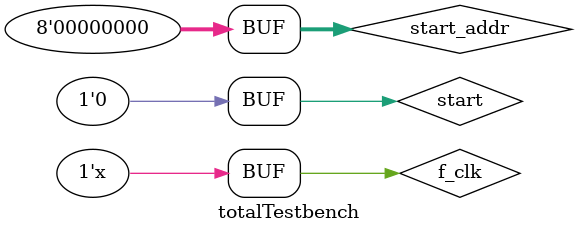
<source format=sv>
module totalTestbench();
	reg f_clk;
	reg [7:0] pc_i;
	reg start;
	reg [7:0] start_addr;

	

initial begin
	start = 1;
	start_addr = 8'b00000000;
	//start_addr = 8'b01000000;
	f_clk = 0;

	#15 start = 0;

end

always begin
	#5 f_clk = ~f_clk; 
end

wire	[7:0] SYNTHESIZED_WIRE_30;
wire	SYNTHESIZED_WIRE_1;
wire	SYNTHESIZED_WIRE_2;
wire	[7:0] SYNTHESIZED_WIRE_31;
wire	SYNTHESIZED_WIRE_5;
wire	SYNTHESIZED_WIRE_32;
wire	[7:0] SYNTHESIZED_WIRE_33;
wire	[7:0] SYNTHESIZED_WIRE_34;
wire	[7:0] SYNTHESIZED_WIRE_10;
wire	SYNTHESIZED_WIRE_12;
wire	SYNTHESIZED_WIRE_13;
wire	SYNTHESIZED_WIRE_14;
wire	SYNTHESIZED_WIRE_35;
wire	SYNTHESIZED_WIRE_16;
wire	[3:0] SYNTHESIZED_WIRE_17;
wire	[2:0] SYNTHESIZED_WIRE_18;
wire	[2:0] SYNTHESIZED_WIRE_19;
wire	[2:0] SYNTHESIZED_WIRE_20;
wire	[7:0] SYNTHESIZED_WIRE_21;
wire	[7:0] SYNTHESIZED_WIRE_24;
wire	[7:0] SYNTHESIZED_WIRE_25;
wire	[1:0] SYNTHESIZED_WIRE_28;
wire	[3:0] SYNTHESIZED_WIRE_29;





inst_rom	b2v_inst(
	.address_i(SYNTHESIZED_WIRE_30),
	.instruction_o(SYNTHESIZED_WIRE_25));


fetch_unit	b2v_inst123455(
	.f_clk(f_clk),
	.start(start),
	
	.taken(SYNTHESIZED_WIRE_1),
	.halt(SYNTHESIZED_WIRE_2),
	.pc_i(SYNTHESIZED_WIRE_30),
	.start_addr(start_addr),
	.target(SYNTHESIZED_WIRE_31),
	.pc_o(SYNTHESIZED_WIRE_30));


single_port_ram_with_init	b2v_inst15(
	.writemem(SYNTHESIZED_WIRE_5),
	.readmem(SYNTHESIZED_WIRE_32),
	.clk(f_clk),
	.addr(SYNTHESIZED_WIRE_33),
	.data(SYNTHESIZED_WIRE_34),
	.q(SYNTHESIZED_WIRE_10));
	defparam	b2v_inst15.ADDR_WIDTH = 8;


mux_0	b2v_inst17(
	.sel(SYNTHESIZED_WIRE_32),
	.in1(SYNTHESIZED_WIRE_10),
	.in2(SYNTHESIZED_WIRE_31),
	.out(SYNTHESIZED_WIRE_24));


register_file	b2v_inst2(
	.clk(f_clk),
	.condition_bit(SYNTHESIZED_WIRE_12),
	.reg_write(SYNTHESIZED_WIRE_13),
	.label_read(SYNTHESIZED_WIRE_14),
	.label_write(SYNTHESIZED_WIRE_35),
	.branch_i(SYNTHESIZED_WIRE_16),
	.label_rs(SYNTHESIZED_WIRE_17),
	.rd(SYNTHESIZED_WIRE_18),
	.rs1(SYNTHESIZED_WIRE_19),
	.rs2(SYNTHESIZED_WIRE_20),
	.write_data(SYNTHESIZED_WIRE_21),
	.regA_o(SYNTHESIZED_WIRE_34),
	.regB_o(SYNTHESIZED_WIRE_33));


mux_1	b2v_inst233(
	.sel(SYNTHESIZED_WIRE_35),
	.in1(SYNTHESIZED_WIRE_30),
	.in2(SYNTHESIZED_WIRE_24),
	.out(SYNTHESIZED_WIRE_21));


decoder	b2v_inst6(
	.instr(SYNTHESIZED_WIRE_25),
	.memRead_o(SYNTHESIZED_WIRE_32),
	
	.labelRead_o(SYNTHESIZED_WIRE_14),
	.labelWrite_o(SYNTHESIZED_WIRE_35),
	.regWrite_o(SYNTHESIZED_WIRE_13),
	.halt_o(SYNTHESIZED_WIRE_2),
	.branch_o(SYNTHESIZED_WIRE_16),
	.another_mem_o(SYNTHESIZED_WIRE_5),
	.alu_op_o(SYNTHESIZED_WIRE_29),
	.branchAddr_o(SYNTHESIZED_WIRE_17),
	.constant_o(SYNTHESIZED_WIRE_28),
	.regDest_o(SYNTHESIZED_WIRE_18),
	.regSource1_o(SYNTHESIZED_WIRE_19),
	.regSource2_o(SYNTHESIZED_WIRE_20));


alu	b2v_inst7(
	.alu_rs1(SYNTHESIZED_WIRE_34),
	.alu_rs2(SYNTHESIZED_WIRE_33),
	.constant(SYNTHESIZED_WIRE_28),
	.opcode(SYNTHESIZED_WIRE_29),
	.startAddr_i(start_addr),
	.overflow(SYNTHESIZED_WIRE_12),
	.branch_taken_o(SYNTHESIZED_WIRE_1),
	.aluOut(SYNTHESIZED_WIRE_31));
	
endmodule
</source>
